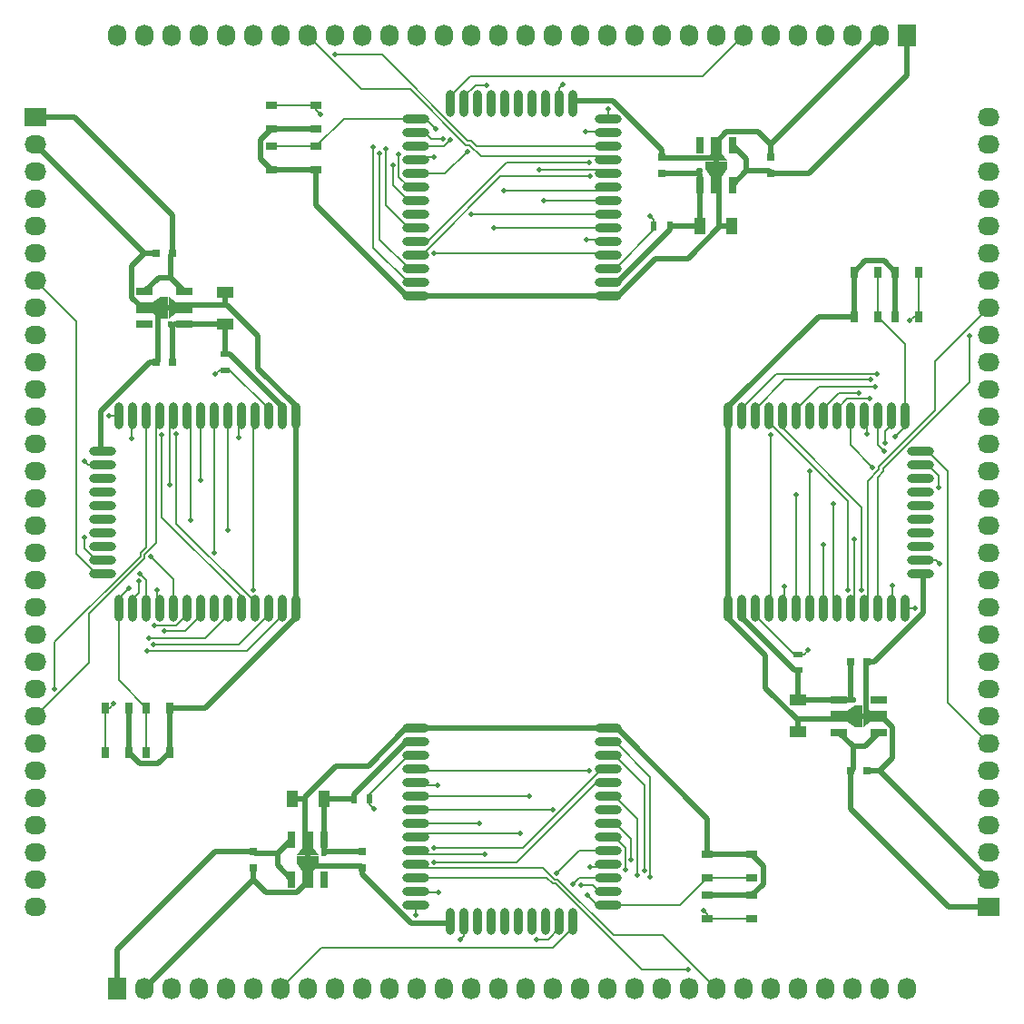
<source format=gtl>
G04 #@! TF.FileFunction,Copper,L1,Top,Signal*
%FSLAX46Y46*%
G04 Gerber Fmt 4.6, Leading zero omitted, Abs format (unit mm)*
G04 Created by KiCad (PCBNEW 4.0.1-stable) date 2017/04/09 10:59:51*
%MOMM*%
G01*
G04 APERTURE LIST*
%ADD10C,0.100000*%
%ADD11R,1.050000X0.650000*%
%ADD12R,1.727200X2.032000*%
%ADD13O,1.727200X2.032000*%
%ADD14R,0.701040X1.501140*%
%ADD15R,1.000760X1.501140*%
%ADD16R,1.998980X0.800100*%
%ADD17O,2.500000X0.900000*%
%ADD18O,0.900000X2.500000*%
%ADD19R,0.500000X0.900000*%
%ADD20R,1.000000X1.600000*%
%ADD21R,0.750000X0.800000*%
%ADD22R,0.800000X0.750000*%
%ADD23R,1.600000X1.000000*%
%ADD24R,0.900000X0.500000*%
%ADD25R,1.501140X0.701040*%
%ADD26R,1.501140X1.000760*%
%ADD27R,0.800100X1.998980*%
%ADD28R,2.032000X1.727200*%
%ADD29O,2.032000X1.727200*%
%ADD30R,0.650000X1.050000*%
%ADD31C,0.600000*%
%ADD32C,0.500000*%
%ADD33C,0.500000*%
%ADD34C,0.200000*%
G04 APERTURE END LIST*
D10*
D11*
X139235000Y-39175000D03*
X135085000Y-39175000D03*
X135085000Y-37025000D03*
X139235000Y-37025000D03*
X139235000Y-42985000D03*
X135085000Y-42985000D03*
X135085000Y-40835000D03*
X139235000Y-40835000D03*
D12*
X194310000Y-30480000D03*
D13*
X191770000Y-30480000D03*
X189230000Y-30480000D03*
X186690000Y-30480000D03*
X184150000Y-30480000D03*
X181610000Y-30480000D03*
X179070000Y-30480000D03*
X176530000Y-30480000D03*
X173990000Y-30480000D03*
X171450000Y-30480000D03*
X168910000Y-30480000D03*
X166370000Y-30480000D03*
X163830000Y-30480000D03*
X161290000Y-30480000D03*
X158750000Y-30480000D03*
X156210000Y-30480000D03*
X153670000Y-30480000D03*
X151130000Y-30480000D03*
X148590000Y-30480000D03*
X146050000Y-30480000D03*
X143510000Y-30480000D03*
X140970000Y-30480000D03*
X138430000Y-30480000D03*
X135890000Y-30480000D03*
X133350000Y-30480000D03*
X130810000Y-30480000D03*
X128270000Y-30480000D03*
X125730000Y-30480000D03*
X123190000Y-30480000D03*
X120650000Y-30480000D03*
D10*
G36*
X177530760Y-42896790D02*
X177030380Y-43646090D01*
X176029620Y-43646090D01*
X175529240Y-42896790D01*
X177530760Y-42896790D01*
X177530760Y-42896790D01*
G37*
D14*
X178031140Y-44396660D03*
X175028860Y-44396660D03*
X178031140Y-40693340D03*
D15*
X176530000Y-40693340D03*
D14*
X175028860Y-40693340D03*
D15*
X176530000Y-44396660D03*
D10*
G36*
X175529240Y-42193210D02*
X176029620Y-41443910D01*
X177030380Y-41443910D01*
X177530760Y-42193210D01*
X175529240Y-42193210D01*
X175529240Y-42193210D01*
G37*
D16*
X176530000Y-42545000D03*
D17*
X148480000Y-54780000D03*
X148480000Y-53510000D03*
X148480000Y-52240000D03*
X148480000Y-50970000D03*
X148480000Y-49700000D03*
X148480000Y-48430000D03*
X148480000Y-47160000D03*
X148480000Y-45890000D03*
X148480000Y-44620000D03*
X148480000Y-43350000D03*
X148480000Y-42080000D03*
X148480000Y-40810000D03*
X148480000Y-39540000D03*
X148480000Y-38270000D03*
D18*
X151765000Y-36780000D03*
X153035000Y-36780000D03*
X154305000Y-36780000D03*
X155575000Y-36780000D03*
X156845000Y-36780000D03*
X158115000Y-36780000D03*
X159385000Y-36780000D03*
X160655000Y-36780000D03*
X161925000Y-36780000D03*
X163195000Y-36780000D03*
D17*
X166480000Y-38270000D03*
X166480000Y-39540000D03*
X166480000Y-40810000D03*
X166480000Y-42080000D03*
X166480000Y-43350000D03*
X166480000Y-44620000D03*
X166480000Y-45890000D03*
X166480000Y-47160000D03*
X166480000Y-48430000D03*
X166480000Y-49700000D03*
X166480000Y-50970000D03*
X166480000Y-52240000D03*
X166480000Y-53510000D03*
X166480000Y-54780000D03*
D19*
X172230000Y-48220000D03*
X170730000Y-48220000D03*
D20*
X174980000Y-48220000D03*
X177980000Y-48220000D03*
D21*
X171450000Y-43295000D03*
X171450000Y-41795000D03*
X181610000Y-43295000D03*
X181610000Y-41795000D03*
D22*
X125845000Y-50800000D03*
X124345000Y-50800000D03*
X125845000Y-60960000D03*
X124345000Y-60960000D03*
D23*
X130770000Y-57430000D03*
X130770000Y-54430000D03*
D24*
X130770000Y-60180000D03*
X130770000Y-61680000D03*
D18*
X137330000Y-83930000D03*
X136060000Y-83930000D03*
X134790000Y-83930000D03*
X133520000Y-83930000D03*
X132250000Y-83930000D03*
X130980000Y-83930000D03*
X129710000Y-83930000D03*
X128440000Y-83930000D03*
X127170000Y-83930000D03*
X125900000Y-83930000D03*
X124630000Y-83930000D03*
X123360000Y-83930000D03*
X122090000Y-83930000D03*
X120820000Y-83930000D03*
D17*
X119330000Y-80645000D03*
X119330000Y-79375000D03*
X119330000Y-78105000D03*
X119330000Y-76835000D03*
X119330000Y-75565000D03*
X119330000Y-74295000D03*
X119330000Y-73025000D03*
X119330000Y-71755000D03*
X119330000Y-70485000D03*
X119330000Y-69215000D03*
D18*
X120820000Y-65930000D03*
X122090000Y-65930000D03*
X123360000Y-65930000D03*
X124630000Y-65930000D03*
X125900000Y-65930000D03*
X127170000Y-65930000D03*
X128440000Y-65930000D03*
X129710000Y-65930000D03*
X130980000Y-65930000D03*
X132250000Y-65930000D03*
X133520000Y-65930000D03*
X134790000Y-65930000D03*
X136060000Y-65930000D03*
X137330000Y-65930000D03*
D10*
G36*
X125446790Y-54879240D02*
X126196090Y-55379620D01*
X126196090Y-56380380D01*
X125446790Y-56880760D01*
X125446790Y-54879240D01*
X125446790Y-54879240D01*
G37*
D25*
X126946660Y-54378860D03*
X126946660Y-57381140D03*
X123243340Y-54378860D03*
D26*
X123243340Y-55880000D03*
D25*
X123243340Y-57381140D03*
D26*
X126946660Y-55880000D03*
D10*
G36*
X124743210Y-56880760D02*
X123993910Y-56380380D01*
X123993910Y-55379620D01*
X124743210Y-54879240D01*
X124743210Y-56880760D01*
X124743210Y-56880760D01*
G37*
D27*
X125095000Y-55880000D03*
D28*
X113030000Y-38100000D03*
D29*
X113030000Y-40640000D03*
X113030000Y-43180000D03*
X113030000Y-45720000D03*
X113030000Y-48260000D03*
X113030000Y-50800000D03*
X113030000Y-53340000D03*
X113030000Y-55880000D03*
X113030000Y-58420000D03*
X113030000Y-60960000D03*
X113030000Y-63500000D03*
X113030000Y-66040000D03*
X113030000Y-68580000D03*
X113030000Y-71120000D03*
X113030000Y-73660000D03*
X113030000Y-76200000D03*
X113030000Y-78740000D03*
X113030000Y-81280000D03*
X113030000Y-83820000D03*
X113030000Y-86360000D03*
X113030000Y-88900000D03*
X113030000Y-91440000D03*
X113030000Y-93980000D03*
X113030000Y-96520000D03*
X113030000Y-99060000D03*
X113030000Y-101600000D03*
X113030000Y-104140000D03*
X113030000Y-106680000D03*
X113030000Y-109220000D03*
X113030000Y-111760000D03*
D30*
X125535000Y-93175000D03*
X125535000Y-97325000D03*
X123385000Y-97325000D03*
X123385000Y-93175000D03*
X121725000Y-93175000D03*
X121725000Y-97325000D03*
X119575000Y-97325000D03*
X119575000Y-93175000D03*
X193235000Y-56685000D03*
X193235000Y-52535000D03*
X195385000Y-52535000D03*
X195385000Y-56685000D03*
X189425000Y-56685000D03*
X189425000Y-52535000D03*
X191575000Y-52535000D03*
X191575000Y-56685000D03*
D28*
X201930000Y-111760000D03*
D29*
X201930000Y-109220000D03*
X201930000Y-106680000D03*
X201930000Y-104140000D03*
X201930000Y-101600000D03*
X201930000Y-99060000D03*
X201930000Y-96520000D03*
X201930000Y-93980000D03*
X201930000Y-91440000D03*
X201930000Y-88900000D03*
X201930000Y-86360000D03*
X201930000Y-83820000D03*
X201930000Y-81280000D03*
X201930000Y-78740000D03*
X201930000Y-76200000D03*
X201930000Y-73660000D03*
X201930000Y-71120000D03*
X201930000Y-68580000D03*
X201930000Y-66040000D03*
X201930000Y-63500000D03*
X201930000Y-60960000D03*
X201930000Y-58420000D03*
X201930000Y-55880000D03*
X201930000Y-53340000D03*
X201930000Y-50800000D03*
X201930000Y-48260000D03*
X201930000Y-45720000D03*
X201930000Y-43180000D03*
X201930000Y-40640000D03*
X201930000Y-38100000D03*
D10*
G36*
X189513210Y-94980760D02*
X188763910Y-94480380D01*
X188763910Y-93479620D01*
X189513210Y-92979240D01*
X189513210Y-94980760D01*
X189513210Y-94980760D01*
G37*
D25*
X188013340Y-95481140D03*
X188013340Y-92478860D03*
X191716660Y-95481140D03*
D26*
X191716660Y-93980000D03*
D25*
X191716660Y-92478860D03*
D26*
X188013340Y-93980000D03*
D10*
G36*
X190216790Y-92979240D02*
X190966090Y-93479620D01*
X190966090Y-94480380D01*
X190216790Y-94980760D01*
X190216790Y-92979240D01*
X190216790Y-92979240D01*
G37*
D27*
X189865000Y-93980000D03*
D18*
X177630000Y-65930000D03*
X178900000Y-65930000D03*
X180170000Y-65930000D03*
X181440000Y-65930000D03*
X182710000Y-65930000D03*
X183980000Y-65930000D03*
X185250000Y-65930000D03*
X186520000Y-65930000D03*
X187790000Y-65930000D03*
X189060000Y-65930000D03*
X190330000Y-65930000D03*
X191600000Y-65930000D03*
X192870000Y-65930000D03*
X194140000Y-65930000D03*
D17*
X195630000Y-69215000D03*
X195630000Y-70485000D03*
X195630000Y-71755000D03*
X195630000Y-73025000D03*
X195630000Y-74295000D03*
X195630000Y-75565000D03*
X195630000Y-76835000D03*
X195630000Y-78105000D03*
X195630000Y-79375000D03*
X195630000Y-80645000D03*
D18*
X194140000Y-83930000D03*
X192870000Y-83930000D03*
X191600000Y-83930000D03*
X190330000Y-83930000D03*
X189060000Y-83930000D03*
X187790000Y-83930000D03*
X186520000Y-83930000D03*
X185250000Y-83930000D03*
X183980000Y-83930000D03*
X182710000Y-83930000D03*
X181440000Y-83930000D03*
X180170000Y-83930000D03*
X178900000Y-83930000D03*
X177630000Y-83930000D03*
D24*
X184190000Y-89680000D03*
X184190000Y-88180000D03*
D23*
X184190000Y-92430000D03*
X184190000Y-95430000D03*
D22*
X189115000Y-88900000D03*
X190615000Y-88900000D03*
X189115000Y-99060000D03*
X190615000Y-99060000D03*
D21*
X133350000Y-106565000D03*
X133350000Y-108065000D03*
X143510000Y-106565000D03*
X143510000Y-108065000D03*
D20*
X139980000Y-101640000D03*
X136980000Y-101640000D03*
D19*
X142730000Y-101640000D03*
X144230000Y-101640000D03*
D17*
X166480000Y-95080000D03*
X166480000Y-96350000D03*
X166480000Y-97620000D03*
X166480000Y-98890000D03*
X166480000Y-100160000D03*
X166480000Y-101430000D03*
X166480000Y-102700000D03*
X166480000Y-103970000D03*
X166480000Y-105240000D03*
X166480000Y-106510000D03*
X166480000Y-107780000D03*
X166480000Y-109050000D03*
X166480000Y-110320000D03*
X166480000Y-111590000D03*
D18*
X163195000Y-113080000D03*
X161925000Y-113080000D03*
X160655000Y-113080000D03*
X159385000Y-113080000D03*
X158115000Y-113080000D03*
X156845000Y-113080000D03*
X155575000Y-113080000D03*
X154305000Y-113080000D03*
X153035000Y-113080000D03*
X151765000Y-113080000D03*
D17*
X148480000Y-111590000D03*
X148480000Y-110320000D03*
X148480000Y-109050000D03*
X148480000Y-107780000D03*
X148480000Y-106510000D03*
X148480000Y-105240000D03*
X148480000Y-103970000D03*
X148480000Y-102700000D03*
X148480000Y-101430000D03*
X148480000Y-100160000D03*
X148480000Y-98890000D03*
X148480000Y-97620000D03*
X148480000Y-96350000D03*
X148480000Y-95080000D03*
D10*
G36*
X137429240Y-106963210D02*
X137929620Y-106213910D01*
X138930380Y-106213910D01*
X139430760Y-106963210D01*
X137429240Y-106963210D01*
X137429240Y-106963210D01*
G37*
D14*
X136928860Y-105463340D03*
X139931140Y-105463340D03*
X136928860Y-109166660D03*
D15*
X138430000Y-109166660D03*
D14*
X139931140Y-109166660D03*
D15*
X138430000Y-105463340D03*
D10*
G36*
X139430760Y-107666790D02*
X138930380Y-108416090D01*
X137929620Y-108416090D01*
X137429240Y-107666790D01*
X139430760Y-107666790D01*
X139430760Y-107666790D01*
G37*
D16*
X138430000Y-107315000D03*
D12*
X120650000Y-119380000D03*
D13*
X123190000Y-119380000D03*
X125730000Y-119380000D03*
X128270000Y-119380000D03*
X130810000Y-119380000D03*
X133350000Y-119380000D03*
X135890000Y-119380000D03*
X138430000Y-119380000D03*
X140970000Y-119380000D03*
X143510000Y-119380000D03*
X146050000Y-119380000D03*
X148590000Y-119380000D03*
X151130000Y-119380000D03*
X153670000Y-119380000D03*
X156210000Y-119380000D03*
X158750000Y-119380000D03*
X161290000Y-119380000D03*
X163830000Y-119380000D03*
X166370000Y-119380000D03*
X168910000Y-119380000D03*
X171450000Y-119380000D03*
X173990000Y-119380000D03*
X176530000Y-119380000D03*
X179070000Y-119380000D03*
X181610000Y-119380000D03*
X184150000Y-119380000D03*
X186690000Y-119380000D03*
X189230000Y-119380000D03*
X191770000Y-119380000D03*
X194310000Y-119380000D03*
D11*
X175725000Y-106875000D03*
X179875000Y-106875000D03*
X179875000Y-109025000D03*
X175725000Y-109025000D03*
X175725000Y-110685000D03*
X179875000Y-110685000D03*
X179875000Y-112835000D03*
X175725000Y-112835000D03*
D31*
X174984900Y-43104800D03*
X125654800Y-57425100D03*
X189305200Y-92434900D03*
X139975100Y-106755200D03*
D32*
X139614300Y-37805500D03*
X170352900Y-47296400D03*
X129846400Y-62057100D03*
X120355500Y-92795700D03*
X194604500Y-57064300D03*
X185113600Y-87802900D03*
X144607100Y-102563600D03*
X175345700Y-112054500D03*
X164707400Y-42302600D03*
X124852600Y-67702600D03*
X190107400Y-82157400D03*
X150252600Y-107557400D03*
X151049200Y-40150900D03*
X122700900Y-81360800D03*
X192259100Y-68499200D03*
X163910800Y-109709100D03*
X153308800Y-41280600D03*
X123830600Y-79101200D03*
X191129400Y-70758800D03*
X161651200Y-108579400D03*
X166480000Y-37358500D03*
X119908500Y-65930000D03*
X195051500Y-83930000D03*
X148480000Y-112501500D03*
X162273500Y-35059100D03*
X117609100Y-70136500D03*
X197350900Y-79723500D03*
X152686500Y-114800900D03*
X146918900Y-41565200D03*
X124115200Y-85491100D03*
X190844800Y-64368900D03*
X168041100Y-108294800D03*
X146368600Y-42553200D03*
X125103200Y-86041400D03*
X189856800Y-63818600D03*
X168591400Y-107306800D03*
X145756200Y-41077200D03*
X123627200Y-86653800D03*
X191332800Y-63206200D03*
X169203800Y-108782800D03*
X145143900Y-41461500D03*
X124011500Y-87266100D03*
X190948500Y-62593900D03*
X169816100Y-108398500D03*
X144580300Y-40904600D03*
X123454600Y-87829700D03*
X191505400Y-62030300D03*
X170379700Y-108955400D03*
X164774300Y-43610300D03*
X126160300Y-67635700D03*
X188799700Y-82224300D03*
X150185700Y-106249700D03*
X150181300Y-41839800D03*
X124389800Y-82228700D03*
X190570200Y-67631300D03*
X164778700Y-108020200D03*
X151772200Y-40208600D03*
X122758600Y-80637800D03*
X192201400Y-69222200D03*
X163187800Y-109651400D03*
X150412400Y-39213900D03*
X121763900Y-81997600D03*
X193196100Y-67862400D03*
X164547600Y-110646100D03*
X155154700Y-35097900D03*
X117647900Y-77255300D03*
X197312100Y-72604700D03*
X159805300Y-114762100D03*
X164311400Y-39439800D03*
X121989800Y-68098600D03*
X192970200Y-81761400D03*
X150648600Y-110420200D03*
X141008000Y-32245900D03*
X114795900Y-91402000D03*
X200164100Y-58458000D03*
X173952000Y-117614100D03*
X160039500Y-43006700D03*
X125556700Y-72370500D03*
X189403300Y-77489500D03*
X154920500Y-106853300D03*
X156714100Y-44986400D03*
X127536400Y-75695900D03*
X187423600Y-74164100D03*
X158245900Y-104873600D03*
X160496400Y-45890000D03*
X128440000Y-71913600D03*
X186520000Y-77946400D03*
X154463600Y-103970000D03*
X153675700Y-47160000D03*
X129710000Y-78734300D03*
X185250000Y-71125700D03*
X161284300Y-102700000D03*
X155839400Y-48430000D03*
X130980000Y-76570600D03*
X183980000Y-73289400D03*
X159120600Y-101430000D03*
X164435100Y-49498100D03*
X132048100Y-67974900D03*
X182911900Y-81885100D03*
X150524900Y-100361900D03*
X150230000Y-50773000D03*
X133323000Y-82180000D03*
X181637000Y-67680000D03*
X164730000Y-99087000D03*
D33*
X178031100Y-40693300D02*
X179325600Y-41987800D01*
X179325600Y-41987800D02*
X179325600Y-43102200D01*
X179325600Y-43102200D02*
X181417200Y-43102200D01*
X181417200Y-43102200D02*
X181610000Y-43295000D01*
X178031100Y-44396700D02*
X179325600Y-43102200D01*
X194310000Y-30480000D02*
X194310000Y-34152900D01*
X194310000Y-34152900D02*
X185167900Y-43295000D01*
X185167900Y-43295000D02*
X181610000Y-43295000D01*
X125845000Y-47242100D02*
X125845000Y-50800000D01*
X116702900Y-38100000D02*
X125845000Y-47242100D01*
X113030000Y-38100000D02*
X116702900Y-38100000D01*
X126946700Y-54378900D02*
X125652200Y-53084400D01*
X125652200Y-50992800D02*
X125845000Y-50800000D01*
X125652200Y-53084400D02*
X125652200Y-50992800D01*
X124537800Y-53084400D02*
X125652200Y-53084400D01*
X123243300Y-54378900D02*
X124537800Y-53084400D01*
X191716700Y-95481100D02*
X190422200Y-96775600D01*
X190422200Y-96775600D02*
X189307800Y-96775600D01*
X189307800Y-96775600D02*
X189307800Y-98867200D01*
X189307800Y-98867200D02*
X189115000Y-99060000D01*
X188013300Y-95481100D02*
X189307800Y-96775600D01*
X201930000Y-111760000D02*
X198257100Y-111760000D01*
X198257100Y-111760000D02*
X189115000Y-102617900D01*
X189115000Y-102617900D02*
X189115000Y-99060000D01*
X129792100Y-106565000D02*
X133350000Y-106565000D01*
X120650000Y-115707100D02*
X129792100Y-106565000D01*
X120650000Y-119380000D02*
X120650000Y-115707100D01*
X136928900Y-105463300D02*
X135634400Y-106757800D01*
X133542800Y-106757800D02*
X133350000Y-106565000D01*
X135634400Y-106757800D02*
X133542800Y-106757800D01*
X135634400Y-107872200D02*
X135634400Y-106757800D01*
X136928900Y-109166700D02*
X135634400Y-107872200D01*
X148480000Y-54780000D02*
X166480000Y-54780000D01*
X139235000Y-42985000D02*
X139235000Y-46338400D01*
X139235000Y-46338400D02*
X147676600Y-54780000D01*
X147676600Y-54780000D02*
X148480000Y-54780000D01*
X135085000Y-39175000D02*
X134054100Y-40205900D01*
X134054100Y-40205900D02*
X134054100Y-41954100D01*
X134054100Y-41954100D02*
X135085000Y-42985000D01*
X139235000Y-39175000D02*
X135085000Y-39175000D01*
X139235000Y-42985000D02*
X135085000Y-42985000D01*
X171450000Y-41795000D02*
X171450000Y-41166700D01*
X171450000Y-41166700D02*
X166877800Y-36594500D01*
X166877800Y-36594500D02*
X163380500Y-36594500D01*
X163380500Y-36594500D02*
X163195000Y-36780000D01*
X176530000Y-41909400D02*
X171564400Y-41909400D01*
X171564400Y-41909400D02*
X171450000Y-41795000D01*
X181610000Y-40640000D02*
X181610000Y-41795000D01*
X191770000Y-30480000D02*
X181610000Y-40640000D01*
X176530000Y-40693300D02*
X176530000Y-40450300D01*
X176530000Y-40450300D02*
X177504600Y-39475700D01*
X177504600Y-39475700D02*
X180445700Y-39475700D01*
X180445700Y-39475700D02*
X181610000Y-40640000D01*
X176530000Y-41818600D02*
X176530000Y-40693300D01*
X176780000Y-48220000D02*
X176780000Y-44646700D01*
X176780000Y-44646700D02*
X176530000Y-44396700D01*
X166480000Y-54780000D02*
X167362600Y-54780000D01*
X167362600Y-54780000D02*
X170873000Y-51269600D01*
X170873000Y-51269600D02*
X173880400Y-51269600D01*
X173880400Y-51269600D02*
X176780000Y-48370000D01*
X176780000Y-48370000D02*
X176780000Y-48220000D01*
X176780000Y-48220000D02*
X177980000Y-48220000D01*
X176530000Y-41909400D02*
X176530000Y-42545000D01*
X176530000Y-41818600D02*
X176530000Y-41909400D01*
X176530000Y-44396700D02*
X176530000Y-43271400D01*
X176530000Y-42545000D02*
X176530000Y-43271400D01*
X125095000Y-55880000D02*
X125821400Y-55880000D01*
X126946700Y-55880000D02*
X125821400Y-55880000D01*
X124368600Y-55880000D02*
X124459400Y-55880000D01*
X124459400Y-55880000D02*
X125095000Y-55880000D01*
X130770000Y-55630000D02*
X130770000Y-54430000D01*
X130920000Y-55630000D02*
X130770000Y-55630000D01*
X133819600Y-58529600D02*
X130920000Y-55630000D01*
X133819600Y-61537000D02*
X133819600Y-58529600D01*
X137330000Y-65047400D02*
X133819600Y-61537000D01*
X137330000Y-65930000D02*
X137330000Y-65047400D01*
X127196700Y-55630000D02*
X126946700Y-55880000D01*
X130770000Y-55630000D02*
X127196700Y-55630000D01*
X124368600Y-55880000D02*
X123243300Y-55880000D01*
X122025700Y-51964300D02*
X123190000Y-50800000D01*
X122025700Y-54905400D02*
X122025700Y-51964300D01*
X123000300Y-55880000D02*
X122025700Y-54905400D01*
X123243300Y-55880000D02*
X123000300Y-55880000D01*
X113030000Y-40640000D02*
X123190000Y-50800000D01*
X123190000Y-50800000D02*
X124345000Y-50800000D01*
X124459400Y-60845600D02*
X124345000Y-60960000D01*
X124459400Y-55880000D02*
X124459400Y-60845600D01*
X119144500Y-69029500D02*
X119330000Y-69215000D01*
X119144500Y-65532200D02*
X119144500Y-69029500D01*
X123716700Y-60960000D02*
X119144500Y-65532200D01*
X124345000Y-60960000D02*
X123716700Y-60960000D01*
X125535000Y-93175000D02*
X125535000Y-97325000D01*
X121725000Y-93175000D02*
X121725000Y-97325000D01*
X124504100Y-98355900D02*
X125535000Y-97325000D01*
X122755900Y-98355900D02*
X124504100Y-98355900D01*
X121725000Y-97325000D02*
X122755900Y-98355900D01*
X137330000Y-84733400D02*
X137330000Y-83930000D01*
X128888400Y-93175000D02*
X137330000Y-84733400D01*
X125535000Y-93175000D02*
X128888400Y-93175000D01*
X137330000Y-83930000D02*
X137330000Y-65930000D01*
X177630000Y-65930000D02*
X177630000Y-83930000D01*
X189425000Y-56685000D02*
X186071600Y-56685000D01*
X186071600Y-56685000D02*
X177630000Y-65126600D01*
X177630000Y-65126600D02*
X177630000Y-65930000D01*
X193235000Y-52535000D02*
X192204100Y-51504100D01*
X192204100Y-51504100D02*
X190455900Y-51504100D01*
X190455900Y-51504100D02*
X189425000Y-52535000D01*
X193235000Y-56685000D02*
X193235000Y-52535000D01*
X189425000Y-56685000D02*
X189425000Y-52535000D01*
X190615000Y-88900000D02*
X191243300Y-88900000D01*
X191243300Y-88900000D02*
X195815500Y-84327800D01*
X195815500Y-84327800D02*
X195815500Y-80830500D01*
X195815500Y-80830500D02*
X195630000Y-80645000D01*
X190500600Y-93980000D02*
X190500600Y-89014400D01*
X190500600Y-89014400D02*
X190615000Y-88900000D01*
X191770000Y-99060000D02*
X190615000Y-99060000D01*
X201930000Y-109220000D02*
X191770000Y-99060000D01*
X191716700Y-93980000D02*
X191959700Y-93980000D01*
X191959700Y-93980000D02*
X192934300Y-94954600D01*
X192934300Y-94954600D02*
X192934300Y-97895700D01*
X192934300Y-97895700D02*
X191770000Y-99060000D01*
X190591400Y-93980000D02*
X191716700Y-93980000D01*
X184190000Y-94230000D02*
X187763300Y-94230000D01*
X187763300Y-94230000D02*
X188013300Y-93980000D01*
X177630000Y-83930000D02*
X177630000Y-84812600D01*
X177630000Y-84812600D02*
X181140400Y-88323000D01*
X181140400Y-88323000D02*
X181140400Y-91330400D01*
X181140400Y-91330400D02*
X184040000Y-94230000D01*
X184040000Y-94230000D02*
X184190000Y-94230000D01*
X184190000Y-94230000D02*
X184190000Y-95430000D01*
X190500600Y-93980000D02*
X189865000Y-93980000D01*
X190591400Y-93980000D02*
X190500600Y-93980000D01*
X188013300Y-93980000D02*
X189138600Y-93980000D01*
X189865000Y-93980000D02*
X189138600Y-93980000D01*
X138430000Y-107315000D02*
X138430000Y-106588600D01*
X138430000Y-105463300D02*
X138430000Y-106588600D01*
X138430000Y-108041400D02*
X138430000Y-107950600D01*
X138430000Y-107950600D02*
X138430000Y-107315000D01*
X138180000Y-101640000D02*
X136980000Y-101640000D01*
X138180000Y-101490000D02*
X138180000Y-101640000D01*
X141079600Y-98590400D02*
X138180000Y-101490000D01*
X144087000Y-98590400D02*
X141079600Y-98590400D01*
X147597400Y-95080000D02*
X144087000Y-98590400D01*
X148480000Y-95080000D02*
X147597400Y-95080000D01*
X138180000Y-105213300D02*
X138430000Y-105463300D01*
X138180000Y-101640000D02*
X138180000Y-105213300D01*
X138430000Y-108041400D02*
X138430000Y-109166700D01*
X134514300Y-110384300D02*
X133350000Y-109220000D01*
X137455400Y-110384300D02*
X134514300Y-110384300D01*
X138430000Y-109409700D02*
X137455400Y-110384300D01*
X138430000Y-109166700D02*
X138430000Y-109409700D01*
X123190000Y-119380000D02*
X133350000Y-109220000D01*
X133350000Y-109220000D02*
X133350000Y-108065000D01*
X143395600Y-107950600D02*
X143510000Y-108065000D01*
X138430000Y-107950600D02*
X143395600Y-107950600D01*
X151579500Y-113265500D02*
X151765000Y-113080000D01*
X148082200Y-113265500D02*
X151579500Y-113265500D01*
X143510000Y-108693300D02*
X148082200Y-113265500D01*
X143510000Y-108065000D02*
X143510000Y-108693300D01*
X175725000Y-106875000D02*
X179875000Y-106875000D01*
X175725000Y-110685000D02*
X179875000Y-110685000D01*
X180905900Y-107905900D02*
X179875000Y-106875000D01*
X180905900Y-109654100D02*
X180905900Y-107905900D01*
X179875000Y-110685000D02*
X180905900Y-109654100D01*
X167283400Y-95080000D02*
X166480000Y-95080000D01*
X175725000Y-103521600D02*
X167283400Y-95080000D01*
X175725000Y-106875000D02*
X175725000Y-103521600D01*
X166480000Y-95080000D02*
X148480000Y-95080000D01*
X167291100Y-53510000D02*
X166480000Y-53510000D01*
X174890900Y-43295000D02*
X174890900Y-43198800D01*
X174890900Y-43198800D02*
X174984900Y-43104800D01*
X174890900Y-43295000D02*
X175028900Y-43433000D01*
X175028900Y-43433000D02*
X175028900Y-44396700D01*
X171450000Y-43295000D02*
X174890900Y-43295000D01*
X175028900Y-44396700D02*
X175028900Y-48171100D01*
X175028900Y-48171100D02*
X174980000Y-48220000D01*
X172230000Y-48220000D02*
X174980000Y-48220000D01*
X136060000Y-65118900D02*
X136060000Y-65930000D01*
X131121100Y-60180000D02*
X136060000Y-65118900D01*
X130770000Y-60180000D02*
X131121100Y-60180000D01*
X130770000Y-60180000D02*
X130770000Y-57430000D01*
X130721100Y-57381100D02*
X130770000Y-57430000D01*
X126946700Y-57381100D02*
X130721100Y-57381100D01*
X125845000Y-60960000D02*
X125845000Y-57519100D01*
X125983000Y-57381100D02*
X126946700Y-57381100D01*
X125845000Y-57519100D02*
X125983000Y-57381100D01*
X125748800Y-57519100D02*
X125654800Y-57425100D01*
X125845000Y-57519100D02*
X125748800Y-57519100D01*
X172230000Y-48220000D02*
X172230000Y-48571100D01*
X172230000Y-48571100D02*
X167291100Y-53510000D01*
X142730000Y-101288900D02*
X147668900Y-96350000D01*
X142730000Y-101640000D02*
X142730000Y-101288900D01*
X189115000Y-92340900D02*
X189211200Y-92340900D01*
X189211200Y-92340900D02*
X189305200Y-92434900D01*
X189115000Y-92340900D02*
X188977000Y-92478900D01*
X188977000Y-92478900D02*
X188013300Y-92478900D01*
X189115000Y-88900000D02*
X189115000Y-92340900D01*
X188013300Y-92478900D02*
X184238900Y-92478900D01*
X184238900Y-92478900D02*
X184190000Y-92430000D01*
X184190000Y-89680000D02*
X184190000Y-92430000D01*
X184190000Y-89680000D02*
X183838900Y-89680000D01*
X183838900Y-89680000D02*
X178900000Y-84741100D01*
X178900000Y-84741100D02*
X178900000Y-83930000D01*
X142730000Y-101640000D02*
X139980000Y-101640000D01*
X139931100Y-101688900D02*
X139980000Y-101640000D01*
X139931100Y-105463300D02*
X139931100Y-101688900D01*
X143510000Y-106565000D02*
X140069100Y-106565000D01*
X139931100Y-106427000D02*
X139931100Y-105463300D01*
X140069100Y-106565000D02*
X139931100Y-106427000D01*
X140069100Y-106661200D02*
X139975100Y-106755200D01*
X140069100Y-106565000D02*
X140069100Y-106661200D01*
X147668900Y-96350000D02*
X148480000Y-96350000D01*
D34*
X139235000Y-37025000D02*
X135085000Y-37025000D01*
X139235000Y-37025000D02*
X139235000Y-37426200D01*
X139235000Y-37426200D02*
X139614300Y-37805500D01*
X170352900Y-47296400D02*
X170730000Y-47673500D01*
X170730000Y-47673500D02*
X170730000Y-48220000D01*
X166480000Y-52240000D02*
X167112300Y-52240000D01*
X167112300Y-52240000D02*
X170730000Y-48622300D01*
X170730000Y-48622300D02*
X170730000Y-48220000D01*
X131172300Y-61680000D02*
X130770000Y-61680000D01*
X134790000Y-65297700D02*
X131172300Y-61680000D01*
X134790000Y-65930000D02*
X134790000Y-65297700D01*
X130223500Y-61680000D02*
X130770000Y-61680000D01*
X129846400Y-62057100D02*
X130223500Y-61680000D01*
X119976200Y-93175000D02*
X120355500Y-92795700D01*
X119575000Y-93175000D02*
X119976200Y-93175000D01*
X119575000Y-93175000D02*
X119575000Y-97325000D01*
X195385000Y-56685000D02*
X195385000Y-52535000D01*
X195385000Y-56685000D02*
X194983800Y-56685000D01*
X194983800Y-56685000D02*
X194604500Y-57064300D01*
X185113600Y-87802900D02*
X184736500Y-88180000D01*
X184736500Y-88180000D02*
X184190000Y-88180000D01*
X180170000Y-83930000D02*
X180170000Y-84562300D01*
X180170000Y-84562300D02*
X183787700Y-88180000D01*
X183787700Y-88180000D02*
X184190000Y-88180000D01*
X144230000Y-101237700D02*
X144230000Y-101640000D01*
X147847700Y-97620000D02*
X144230000Y-101237700D01*
X148480000Y-97620000D02*
X147847700Y-97620000D01*
X144230000Y-102186500D02*
X144230000Y-101640000D01*
X144607100Y-102563600D02*
X144230000Y-102186500D01*
X175725000Y-112433800D02*
X175345700Y-112054500D01*
X175725000Y-112835000D02*
X175725000Y-112433800D01*
X175725000Y-112835000D02*
X179875000Y-112835000D01*
X179070000Y-30480000D02*
X175231300Y-34318700D01*
X175231300Y-34318700D02*
X153619500Y-34318700D01*
X153619500Y-34318700D02*
X151765000Y-36173200D01*
X151765000Y-36173200D02*
X151765000Y-36780000D01*
X118723200Y-80645000D02*
X119330000Y-80645000D01*
X116868700Y-78790500D02*
X118723200Y-80645000D01*
X116868700Y-57178700D02*
X116868700Y-78790500D01*
X113030000Y-53340000D02*
X116868700Y-57178700D01*
X201930000Y-96520000D02*
X198091300Y-92681300D01*
X198091300Y-92681300D02*
X198091300Y-71069500D01*
X198091300Y-71069500D02*
X196236800Y-69215000D01*
X196236800Y-69215000D02*
X195630000Y-69215000D01*
X163195000Y-113686800D02*
X163195000Y-113080000D01*
X161340500Y-115541300D02*
X163195000Y-113686800D01*
X139728700Y-115541300D02*
X161340500Y-115541300D01*
X135890000Y-119380000D02*
X139728700Y-115541300D01*
X148480000Y-49700000D02*
X149623500Y-49700000D01*
X149623500Y-49700000D02*
X157020900Y-42302600D01*
X157020900Y-42302600D02*
X164707400Y-42302600D01*
X124852600Y-75389100D02*
X124852600Y-67702600D01*
X132250000Y-82786500D02*
X124852600Y-75389100D01*
X132250000Y-83930000D02*
X132250000Y-82786500D01*
X182710000Y-65930000D02*
X182710000Y-67073500D01*
X182710000Y-67073500D02*
X190107400Y-74470900D01*
X190107400Y-74470900D02*
X190107400Y-82157400D01*
X157939100Y-107557400D02*
X150252600Y-107557400D01*
X165336500Y-100160000D02*
X157939100Y-107557400D01*
X166480000Y-100160000D02*
X165336500Y-100160000D01*
X148480000Y-39540000D02*
X149332900Y-39540000D01*
X149332900Y-39540000D02*
X149943800Y-40150900D01*
X149943800Y-40150900D02*
X151049200Y-40150900D01*
X122700900Y-82466200D02*
X122700900Y-81360800D01*
X122090000Y-83077100D02*
X122700900Y-82466200D01*
X122090000Y-83930000D02*
X122090000Y-83077100D01*
X192870000Y-65930000D02*
X192870000Y-66782900D01*
X192870000Y-66782900D02*
X192259100Y-67393800D01*
X192259100Y-67393800D02*
X192259100Y-68499200D01*
X165016200Y-109709100D02*
X163910800Y-109709100D01*
X165627100Y-110320000D02*
X165016200Y-109709100D01*
X166480000Y-110320000D02*
X165627100Y-110320000D01*
X148480000Y-43350000D02*
X151239400Y-43350000D01*
X151239400Y-43350000D02*
X153308800Y-41280600D01*
X125900000Y-81170600D02*
X123830600Y-79101200D01*
X125900000Y-83930000D02*
X125900000Y-81170600D01*
X189060000Y-65930000D02*
X189060000Y-68689400D01*
X189060000Y-68689400D02*
X191129400Y-70758800D01*
X163720600Y-106510000D02*
X161651200Y-108579400D01*
X166480000Y-106510000D02*
X163720600Y-106510000D01*
X166480000Y-37358500D02*
X166480000Y-38270000D01*
X119908500Y-65930000D02*
X120820000Y-65930000D01*
X195051500Y-83930000D02*
X194140000Y-83930000D01*
X148480000Y-112501500D02*
X148480000Y-111590000D01*
X162273500Y-35059100D02*
X161925000Y-35407600D01*
X161925000Y-35407600D02*
X161925000Y-36780000D01*
X117957600Y-70485000D02*
X119330000Y-70485000D01*
X117609100Y-70136500D02*
X117957600Y-70485000D01*
X197350900Y-79723500D02*
X197002400Y-79375000D01*
X197002400Y-79375000D02*
X195630000Y-79375000D01*
X153035000Y-114452400D02*
X153035000Y-113080000D01*
X152686500Y-114800900D02*
X153035000Y-114452400D01*
X148480000Y-44620000D02*
X147885000Y-44620000D01*
X147885000Y-44620000D02*
X146918900Y-43653900D01*
X146918900Y-43653900D02*
X146918900Y-41565200D01*
X126203900Y-85491100D02*
X124115200Y-85491100D01*
X127170000Y-84525000D02*
X126203900Y-85491100D01*
X127170000Y-83930000D02*
X127170000Y-84525000D01*
X187790000Y-65930000D02*
X187790000Y-65335000D01*
X187790000Y-65335000D02*
X188756100Y-64368900D01*
X188756100Y-64368900D02*
X190844800Y-64368900D01*
X168041100Y-106206100D02*
X168041100Y-108294800D01*
X167075000Y-105240000D02*
X168041100Y-106206100D01*
X166480000Y-105240000D02*
X167075000Y-105240000D01*
X148480000Y-45890000D02*
X147805700Y-45890000D01*
X147805700Y-45890000D02*
X146368600Y-44452900D01*
X146368600Y-44452900D02*
X146368600Y-42553200D01*
X127002900Y-86041400D02*
X125103200Y-86041400D01*
X128440000Y-84604300D02*
X127002900Y-86041400D01*
X128440000Y-83930000D02*
X128440000Y-84604300D01*
X186520000Y-65930000D02*
X186520000Y-65255700D01*
X186520000Y-65255700D02*
X187957100Y-63818600D01*
X187957100Y-63818600D02*
X189856800Y-63818600D01*
X168591400Y-105407100D02*
X168591400Y-107306800D01*
X167154300Y-103970000D02*
X168591400Y-105407100D01*
X166480000Y-103970000D02*
X167154300Y-103970000D01*
X145756200Y-41077200D02*
X145756200Y-46304300D01*
X145756200Y-46304300D02*
X147881900Y-48430000D01*
X147881900Y-48430000D02*
X148480000Y-48430000D01*
X130980000Y-84528100D02*
X130980000Y-83930000D01*
X128854300Y-86653800D02*
X130980000Y-84528100D01*
X123627200Y-86653800D02*
X128854300Y-86653800D01*
X191332800Y-63206200D02*
X186105700Y-63206200D01*
X186105700Y-63206200D02*
X183980000Y-65331900D01*
X183980000Y-65331900D02*
X183980000Y-65930000D01*
X167078100Y-101430000D02*
X166480000Y-101430000D01*
X169203800Y-103555700D02*
X167078100Y-101430000D01*
X169203800Y-108782800D02*
X169203800Y-103555700D01*
X145143900Y-41461500D02*
X145143900Y-49495900D01*
X145143900Y-49495900D02*
X147888000Y-52240000D01*
X147888000Y-52240000D02*
X148480000Y-52240000D01*
X134790000Y-84522000D02*
X134790000Y-83930000D01*
X132045900Y-87266100D02*
X134790000Y-84522000D01*
X124011500Y-87266100D02*
X132045900Y-87266100D01*
X190948500Y-62593900D02*
X182914100Y-62593900D01*
X182914100Y-62593900D02*
X180170000Y-65338000D01*
X180170000Y-65338000D02*
X180170000Y-65930000D01*
X167072000Y-97620000D02*
X166480000Y-97620000D01*
X169816100Y-100364100D02*
X167072000Y-97620000D01*
X169816100Y-108398500D02*
X169816100Y-100364100D01*
X148480000Y-53510000D02*
X147836800Y-53510000D01*
X147836800Y-53510000D02*
X144580300Y-50253500D01*
X144580300Y-50253500D02*
X144580300Y-40904600D01*
X132803500Y-87829700D02*
X123454600Y-87829700D01*
X136060000Y-84573200D02*
X132803500Y-87829700D01*
X136060000Y-83930000D02*
X136060000Y-84573200D01*
X178900000Y-65930000D02*
X178900000Y-65286800D01*
X178900000Y-65286800D02*
X182156500Y-62030300D01*
X182156500Y-62030300D02*
X191505400Y-62030300D01*
X170379700Y-99606500D02*
X170379700Y-108955400D01*
X167123200Y-96350000D02*
X170379700Y-99606500D01*
X166480000Y-96350000D02*
X167123200Y-96350000D01*
X148480000Y-50970000D02*
X149071400Y-50970000D01*
X149071400Y-50970000D02*
X156431100Y-43610300D01*
X156431100Y-43610300D02*
X164774300Y-43610300D01*
X126160300Y-75978900D02*
X126160300Y-67635700D01*
X133520000Y-83338600D02*
X126160300Y-75978900D01*
X133520000Y-83930000D02*
X133520000Y-83338600D01*
X181440000Y-65930000D02*
X181440000Y-66521400D01*
X181440000Y-66521400D02*
X188799700Y-73881100D01*
X188799700Y-73881100D02*
X188799700Y-82224300D01*
X158528900Y-106249700D02*
X150185700Y-106249700D01*
X165888600Y-98890000D02*
X158528900Y-106249700D01*
X166480000Y-98890000D02*
X165888600Y-98890000D01*
X148480000Y-42080000D02*
X148720200Y-41839800D01*
X148720200Y-41839800D02*
X150181300Y-41839800D01*
X124389800Y-83689800D02*
X124389800Y-82228700D01*
X124630000Y-83930000D02*
X124389800Y-83689800D01*
X190330000Y-65930000D02*
X190570200Y-66170200D01*
X190570200Y-66170200D02*
X190570200Y-67631300D01*
X166239800Y-108020200D02*
X164778700Y-108020200D01*
X166480000Y-107780000D02*
X166239800Y-108020200D01*
X148480000Y-40810000D02*
X151170800Y-40810000D01*
X151170800Y-40810000D02*
X151772200Y-40208600D01*
X123360000Y-81239200D02*
X122758600Y-80637800D01*
X123360000Y-83930000D02*
X123360000Y-81239200D01*
X191600000Y-65930000D02*
X191600000Y-68620800D01*
X191600000Y-68620800D02*
X192201400Y-69222200D01*
X163789200Y-109050000D02*
X163187800Y-109651400D01*
X166480000Y-109050000D02*
X163789200Y-109050000D01*
X148480000Y-38270000D02*
X149468500Y-38270000D01*
X139235000Y-40835000D02*
X141800000Y-38270000D01*
X141800000Y-38270000D02*
X148480000Y-38270000D01*
X135085000Y-40835000D02*
X139235000Y-40835000D01*
X149468500Y-38270000D02*
X150412400Y-39213900D01*
X120820000Y-82941500D02*
X121763900Y-81997600D01*
X123385000Y-97325000D02*
X123385000Y-93175000D01*
X120820000Y-90610000D02*
X120820000Y-83930000D01*
X123385000Y-93175000D02*
X120820000Y-90610000D01*
X120820000Y-83930000D02*
X120820000Y-82941500D01*
X194140000Y-65930000D02*
X194140000Y-66918500D01*
X191575000Y-56685000D02*
X194140000Y-59250000D01*
X194140000Y-59250000D02*
X194140000Y-65930000D01*
X191575000Y-52535000D02*
X191575000Y-56685000D01*
X194140000Y-66918500D02*
X193196100Y-67862400D01*
X165491500Y-111590000D02*
X164547600Y-110646100D01*
X179875000Y-109025000D02*
X175725000Y-109025000D01*
X173160000Y-111590000D02*
X166480000Y-111590000D01*
X175725000Y-109025000D02*
X173160000Y-111590000D01*
X166480000Y-111590000D02*
X165491500Y-111590000D01*
X153035000Y-36780000D02*
X153035000Y-36164800D01*
X154101900Y-35097900D02*
X155154700Y-35097900D01*
X153035000Y-36164800D02*
X154101900Y-35097900D01*
X118714800Y-79375000D02*
X117647900Y-78308100D01*
X117647900Y-78308100D02*
X117647900Y-77255300D01*
X119330000Y-79375000D02*
X118714800Y-79375000D01*
X195630000Y-70485000D02*
X196245200Y-70485000D01*
X197312100Y-71551900D02*
X197312100Y-72604700D01*
X196245200Y-70485000D02*
X197312100Y-71551900D01*
X161925000Y-113695200D02*
X160858100Y-114762100D01*
X160858100Y-114762100D02*
X159805300Y-114762100D01*
X161925000Y-113080000D02*
X161925000Y-113695200D01*
X164311400Y-39439800D02*
X166379800Y-39439800D01*
X166379800Y-39439800D02*
X166480000Y-39540000D01*
X121989800Y-66030200D02*
X122090000Y-65930000D01*
X121989800Y-68098600D02*
X121989800Y-66030200D01*
X192970200Y-81761400D02*
X192970200Y-83829800D01*
X192970200Y-83829800D02*
X192870000Y-83930000D01*
X148580200Y-110420200D02*
X148480000Y-110320000D01*
X150648600Y-110420200D02*
X148580200Y-110420200D01*
X166480000Y-40810000D02*
X154211300Y-40810000D01*
X154211300Y-40810000D02*
X153684400Y-40283100D01*
X153684400Y-40283100D02*
X153380900Y-40283100D01*
X153380900Y-40283100D02*
X145343700Y-32245900D01*
X145343700Y-32245900D02*
X141008000Y-32245900D01*
X114795900Y-87066300D02*
X114795900Y-91402000D01*
X122833100Y-79029100D02*
X114795900Y-87066300D01*
X122833100Y-78725600D02*
X122833100Y-79029100D01*
X123360000Y-78198700D02*
X122833100Y-78725600D01*
X123360000Y-65930000D02*
X123360000Y-78198700D01*
X191600000Y-83930000D02*
X191600000Y-71661300D01*
X191600000Y-71661300D02*
X192126900Y-71134400D01*
X192126900Y-71134400D02*
X192126900Y-70830900D01*
X192126900Y-70830900D02*
X200164100Y-62793700D01*
X200164100Y-62793700D02*
X200164100Y-58458000D01*
X169616300Y-117614100D02*
X173952000Y-117614100D01*
X161579100Y-109576900D02*
X169616300Y-117614100D01*
X161275600Y-109576900D02*
X161579100Y-109576900D01*
X160748700Y-109050000D02*
X161275600Y-109576900D01*
X148480000Y-109050000D02*
X160748700Y-109050000D01*
X166480000Y-42080000D02*
X166152300Y-41752300D01*
X166152300Y-41752300D02*
X154587500Y-41752300D01*
X154587500Y-41752300D02*
X153518600Y-40683400D01*
X153518600Y-40683400D02*
X153209400Y-40683400D01*
X153209400Y-40683400D02*
X147993500Y-35467500D01*
X147993500Y-35467500D02*
X143417500Y-35467500D01*
X143417500Y-35467500D02*
X138430000Y-30480000D01*
X118017500Y-88992500D02*
X113030000Y-93980000D01*
X118017500Y-84416500D02*
X118017500Y-88992500D01*
X123233400Y-79200600D02*
X118017500Y-84416500D01*
X123233400Y-78891400D02*
X123233400Y-79200600D01*
X124302300Y-77822500D02*
X123233400Y-78891400D01*
X124302300Y-66257700D02*
X124302300Y-77822500D01*
X124630000Y-65930000D02*
X124302300Y-66257700D01*
X190330000Y-83930000D02*
X190657700Y-83602300D01*
X190657700Y-83602300D02*
X190657700Y-72037500D01*
X190657700Y-72037500D02*
X191726600Y-70968600D01*
X191726600Y-70968600D02*
X191726600Y-70659400D01*
X191726600Y-70659400D02*
X196942500Y-65443500D01*
X196942500Y-65443500D02*
X196942500Y-60867500D01*
X196942500Y-60867500D02*
X201930000Y-55880000D01*
X171542500Y-114392500D02*
X176530000Y-119380000D01*
X166966500Y-114392500D02*
X171542500Y-114392500D01*
X161750600Y-109176600D02*
X166966500Y-114392500D01*
X161441400Y-109176600D02*
X161750600Y-109176600D01*
X160372500Y-108107700D02*
X161441400Y-109176600D01*
X148807700Y-108107700D02*
X160372500Y-108107700D01*
X148480000Y-107780000D02*
X148807700Y-108107700D01*
X160039500Y-43006700D02*
X166136700Y-43006700D01*
X166136700Y-43006700D02*
X166480000Y-43350000D01*
X125556700Y-66273300D02*
X125900000Y-65930000D01*
X125556700Y-72370500D02*
X125556700Y-66273300D01*
X189403300Y-77489500D02*
X189403300Y-83586700D01*
X189403300Y-83586700D02*
X189060000Y-83930000D01*
X148823300Y-106853300D02*
X148480000Y-106510000D01*
X154920500Y-106853300D02*
X148823300Y-106853300D01*
X166480000Y-44620000D02*
X166113600Y-44986400D01*
X166113600Y-44986400D02*
X156714100Y-44986400D01*
X127536400Y-66296400D02*
X127536400Y-75695900D01*
X127170000Y-65930000D02*
X127536400Y-66296400D01*
X187790000Y-83930000D02*
X187423600Y-83563600D01*
X187423600Y-83563600D02*
X187423600Y-74164100D01*
X148846400Y-104873600D02*
X158245900Y-104873600D01*
X148480000Y-105240000D02*
X148846400Y-104873600D01*
X166480000Y-45890000D02*
X160496400Y-45890000D01*
X128440000Y-65930000D02*
X128440000Y-71913600D01*
X186520000Y-83930000D02*
X186520000Y-77946400D01*
X148480000Y-103970000D02*
X154463600Y-103970000D01*
X166480000Y-47160000D02*
X153675700Y-47160000D01*
X129710000Y-65930000D02*
X129710000Y-78734300D01*
X185250000Y-83930000D02*
X185250000Y-71125700D01*
X148480000Y-102700000D02*
X161284300Y-102700000D01*
X155839400Y-48430000D02*
X166480000Y-48430000D01*
X130980000Y-76570600D02*
X130980000Y-65930000D01*
X183980000Y-73289400D02*
X183980000Y-83930000D01*
X159120600Y-101430000D02*
X148480000Y-101430000D01*
X164435100Y-49498100D02*
X166278100Y-49498100D01*
X166278100Y-49498100D02*
X166480000Y-49700000D01*
X132048100Y-66131900D02*
X132250000Y-65930000D01*
X132048100Y-67974900D02*
X132048100Y-66131900D01*
X182911900Y-81885100D02*
X182911900Y-83728100D01*
X182911900Y-83728100D02*
X182710000Y-83930000D01*
X148681900Y-100361900D02*
X148480000Y-100160000D01*
X150524900Y-100361900D02*
X148681900Y-100361900D01*
X166480000Y-50970000D02*
X166283000Y-50773000D01*
X166283000Y-50773000D02*
X150230000Y-50773000D01*
X133323000Y-66127000D02*
X133323000Y-82180000D01*
X133520000Y-65930000D02*
X133323000Y-66127000D01*
X181440000Y-83930000D02*
X181637000Y-83733000D01*
X181637000Y-83733000D02*
X181637000Y-67680000D01*
X148677000Y-99087000D02*
X164730000Y-99087000D01*
X148480000Y-98890000D02*
X148677000Y-99087000D01*
M02*

</source>
